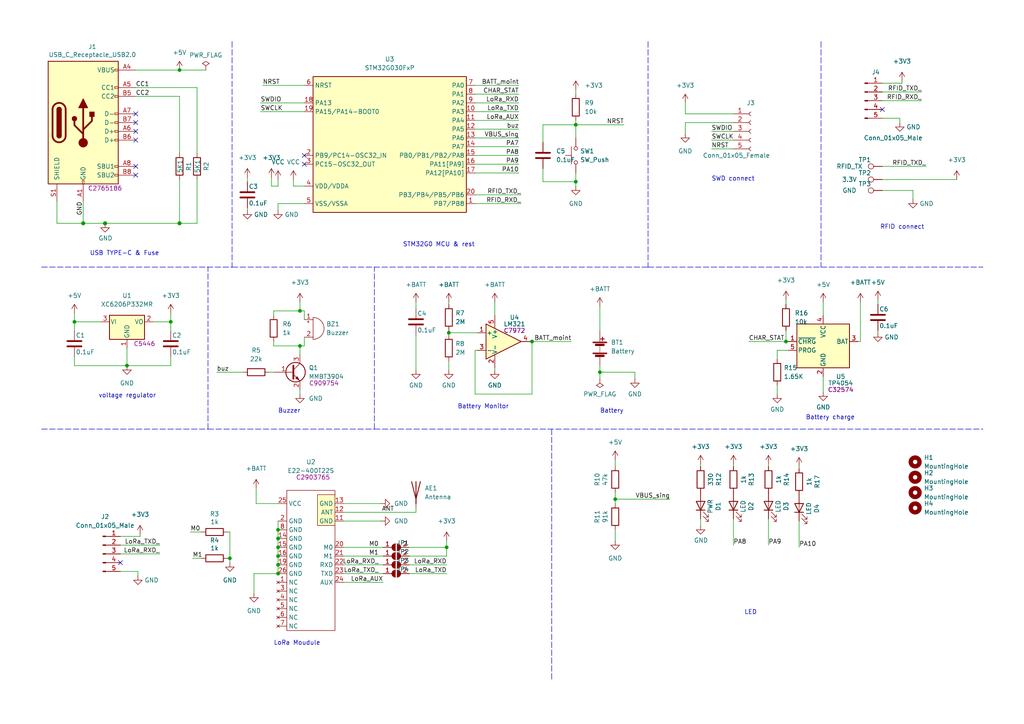
<source format=kicad_sch>
(kicad_sch (version 20211123) (generator eeschema)
  (paper "A4")
  (lib_symbols
    (symbol "Amplifier_Operational:LM321" (pin_names (offset 0.127))
      (property "Reference" "U" (at 0 7.62 0))
      (property "Value" "LM321" (at 0 5.08 0))
      (symbol "LM321_1_1"
        (pin input line (at -7.62 2.54 0) (length 2.54) (name "+") (number "1"))
        (pin power_in line (at -2.54 -7.62 90) (length 3.81) (name "V-") (number "2"))
        (pin input line (at -7.62 -2.54 0) (length 2.54) (name "-") (number "3"))
        (pin output line (at 7.62 0 180) (length 2.54) (name "~") (number "4"))
        (pin power_in line (at -2.54 7.62 270) (length 3.81) (name "V+") (number "5"))
      )
    )
    (symbol "Battery_Management:LTC4054ES5-4.2" (pin_names (offset 0.254))
      (property "Reference" "U" (at -5.842 6.604 0))
      (property "Value" "LTC4054ES5-4.2" (at 1.524 6.604 0))
      (symbol "LTC4054ES5-4.2_1_1"
        (pin open_collector line (at -10.16 0 0) (length 2.54) (name "~{CHRG}") (number "1"))
        (pin power_in line (at 0 -10.16 90) (length 2.54) (name "GND") (number "2"))
        (pin power_out line (at 10.16 0 180) (length 2.54) (name "BAT") (number "3"))
        (pin power_in line (at 0 7.62 270) (length 2.54) (name "VCC") (number "4"))
        (pin bidirectional line (at -10.16 -2.54 0) (length 2.54) (name "PROG") (number "5"))
      )
    )
    (symbol "Connector:Conn_01x05_Female" (pin_names (offset 1.016) hide)
      (property "Reference" "J" (at 0 7.62 0))
      (property "Value" "Conn_01x05_Female" (at 0 -7.62 0))
      (symbol "Conn_01x05_Female_1_1"
        (pin passive line (at -5.08 5.08 0) (length 3.81) (name "Pin_1") (number "1"))
        (pin passive line (at -5.08 2.54 0) (length 3.81) (name "Pin_2") (number "2"))
        (pin passive line (at -5.08 0 0) (length 3.81) (name "Pin_3") (number "3"))
        (pin passive line (at -5.08 -2.54 0) (length 3.81) (name "Pin_4") (number "4"))
        (pin passive line (at -5.08 -5.08 0) (length 3.81) (name "Pin_5") (number "5"))
      )
    )
    (symbol "Connector:Conn_01x05_Male" (pin_names (offset 1.016) hide)
      (property "Reference" "J" (at 0 7.62 0))
      (property "Value" "Conn_01x05_Male" (at 0 -7.62 0))
      (symbol "Conn_01x05_Male_1_1"
        (pin passive line (at 5.08 5.08 180) (length 3.81) (name "Pin_1") (number "1"))
        (pin passive line (at 5.08 2.54 180) (length 3.81) (name "Pin_2") (number "2"))
        (pin passive line (at 5.08 0 180) (length 3.81) (name "Pin_3") (number "3"))
        (pin passive line (at 5.08 -2.54 180) (length 3.81) (name "Pin_4") (number "4"))
        (pin passive line (at 5.08 -5.08 180) (length 3.81) (name "Pin_5") (number "5"))
      )
    )
    (symbol "Connector:TestPoint" (pin_numbers hide) (pin_names (offset 0.762) hide)
      (property "Reference" "TP" (at 0 6.858 0))
      (property "Value" "TestPoint" (at 0 5.08 0))
      (symbol "TestPoint_1_1"
        (pin passive line (at 0 0 90) (length 2.54) (name "1") (number "1"))
      )
    )
    (symbol "Connector:USB_C_Receptacle_USB2.0" (pin_names (offset 1.016))
      (property "Reference" "J" (at -10.16 19.05 0))
      (property "Value" "USB_C_Receptacle_USB2.0" (at 19.05 19.05 0))
      (symbol "USB_C_Receptacle_USB2.0_1_1"
        (pin passive line (at 0 -22.86 90) (length 5.08) (name "GND") (number "A1"))
        (pin passive line (at 0 -22.86 90) (length 5.08) hide (name "GND") (number "A12"))
        (pin passive line (at 15.24 15.24 180) (length 5.08) (name "VBUS") (number "A4"))
        (pin bidirectional line (at 15.24 10.16 180) (length 5.08) (name "CC1") (number "A5"))
        (pin bidirectional line (at 15.24 -2.54 180) (length 5.08) (name "D+") (number "A6"))
        (pin bidirectional line (at 15.24 2.54 180) (length 5.08) (name "D-") (number "A7"))
        (pin bidirectional line (at 15.24 -12.7 180) (length 5.08) (name "SBU1") (number "A8"))
        (pin passive line (at 15.24 15.24 180) (length 5.08) hide (name "VBUS") (number "A9"))
        (pin passive line (at 0 -22.86 90) (length 5.08) hide (name "GND") (number "B1"))
        (pin passive line (at 0 -22.86 90) (length 5.08) hide (name "GND") (number "B12"))
        (pin passive line (at 15.24 15.24 180) (length 5.08) hide (name "VBUS") (number "B4"))
        (pin bidirectional line (at 15.24 7.62 180) (length 5.08) (name "CC2") (number "B5"))
        (pin bidirectional line (at 15.24 -5.08 180) (length 5.08) (name "D+") (number "B6"))
        (pin bidirectional line (at 15.24 0 180) (length 5.08) (name "D-") (number "B7"))
        (pin bidirectional line (at 15.24 -15.24 180) (length 5.08) (name "SBU2") (number "B8"))
        (pin passive line (at 15.24 15.24 180) (length 5.08) hide (name "VBUS") (number "B9"))
        (pin passive line (at -7.62 -22.86 90) (length 5.08) (name "SHIELD") (number "S1"))
      )
    )
    (symbol "Device:Antenna" (pin_numbers hide) (pin_names (offset 1.016) hide)
      (property "Reference" "AE" (at -1.905 1.905 0))
      (property "Value" "Antenna" (at -1.905 0 0))
      (symbol "Antenna_1_1"
        (pin input line (at 0 -5.08 90) (length 2.54) (name "A") (number "1"))
      )
    )
    (symbol "Device:Battery" (pin_numbers hide) (pin_names (offset 0) hide)
      (property "Reference" "BT" (at 2.54 2.54 0))
      (property "Value" "Battery" (at 2.54 0 0))
      (symbol "Battery_1_1"
        (pin passive line (at 0 5.08 270) (length 2.54) (name "+") (number "1"))
        (pin passive line (at 0 -5.08 90) (length 2.54) (name "-") (number "2"))
      )
    )
    (symbol "Device:Buzzer" (pin_names (offset 0.0254) hide)
      (property "Reference" "BZ" (at 3.81 1.27 0))
      (property "Value" "Buzzer" (at 3.81 -1.27 0))
      (symbol "Buzzer_1_1"
        (pin passive line (at -2.54 2.54 0) (length 2.54) (name "-") (number "1"))
        (pin passive line (at -2.54 -2.54 0) (length 2.54) (name "+") (number "2"))
      )
    )
    (symbol "Device:C" (pin_numbers hide) (pin_names (offset 0.254))
      (property "Reference" "C" (at 0.635 2.54 0))
      (property "Value" "C" (at 0.635 -2.54 0))
      (symbol "C_1_1"
        (pin passive line (at 0 3.81 270) (length 2.794) (name "~") (number "1"))
        (pin passive line (at 0 -3.81 90) (length 2.794) (name "~") (number "2"))
      )
    )
    (symbol "Device:LED" (pin_numbers hide) (pin_names (offset 1.016) hide)
      (property "Reference" "D" (at 0 2.54 0))
      (property "Value" "LED" (at 0 -2.54 0))
      (symbol "LED_1_1"
        (pin passive line (at -3.81 0 0) (length 2.54) (name "K") (number "1"))
        (pin passive line (at 3.81 0 180) (length 2.54) (name "A") (number "2"))
      )
    )
    (symbol "Device:R" (pin_numbers hide) (pin_names (offset 0))
      (property "Reference" "R" (at 2.032 0 90))
      (property "Value" "R" (at 0 0 90))
      (symbol "R_1_1"
        (pin passive line (at 0 3.81 270) (length 1.27) (name "~") (number "1"))
        (pin passive line (at 0 -3.81 90) (length 1.27) (name "~") (number "2"))
      )
    )
    (symbol "Jumper:SolderJumper_2_Open" (pin_names (offset 0) hide)
      (property "Reference" "JP" (at 0 2.032 0))
      (property "Value" "SolderJumper_2_Open" (at 0 -2.54 0))
      (symbol "SolderJumper_2_Open_1_1"
        (pin passive line (at -3.81 0 0) (length 2.54) (name "A") (number "1"))
        (pin passive line (at 3.81 0 180) (length 2.54) (name "B") (number "2"))
      )
    )
    (symbol "MCU_ST_STM32G0:STM32G030FxP"
      (property "Reference" "U" (at -33.02 17.78 0))
      (property "Value" "STM32G030FxP" (at -27.94 -24.13 0))
      (symbol "STM32G030FxP_1_1"
        (pin bidirectional line (at 12.7 -20.32 180) (length 2.54) (name "PB7/PB8") (number "1"))
        (pin bidirectional line (at 12.7 6.35 180) (length 2.54) (name "PA3") (number "10"))
        (pin bidirectional line (at 12.7 3.81 180) (length 2.54) (name "PA4") (number "11"))
        (pin bidirectional line (at 12.7 1.27 180) (length 2.54) (name "PA5") (number "12"))
        (pin bidirectional line (at 12.7 -1.27 180) (length 2.54) (name "PA6") (number "13"))
        (pin bidirectional line (at 12.7 -3.81 180) (length 2.54) (name "PA7") (number "14"))
        (pin bidirectional line (at 12.7 -6.35 180) (length 2.54) (name "PB0/PB1/PB2/PA8") (number "15"))
        (pin bidirectional line (at 12.7 -8.89 180) (length 2.54) (name "PA11[PA9]") (number "16"))
        (pin bidirectional line (at 12.7 -11.43 180) (length 2.54) (name "PA12[PA10]") (number "17"))
        (pin bidirectional line (at -36.83 8.89 0) (length 2.54) (name "PA13") (number "18"))
        (pin bidirectional line (at -36.83 6.35 0) (length 2.54) (name "PA15/PA14-BOOT0") (number "19"))
        (pin input line (at -36.83 -6.35 0) (length 2.54) (name "PB9/PC14-OSC32_IN") (number "2"))
        (pin bidirectional line (at 12.7 -17.78 180) (length 2.54) (name "PB3/PB4/PB5/PB6") (number "20"))
        (pin input line (at -36.83 -8.89 0) (length 2.54) (name "PC15-OSC32_OUT") (number "3"))
        (pin power_in line (at -36.83 -15.24 0) (length 2.54) (name "VDD/VDDA") (number "4"))
        (pin power_in line (at -36.83 -20.32 0) (length 2.54) (name "VSS/VSSA") (number "5"))
        (pin input line (at -36.83 13.97 0) (length 2.54) (name "NRST") (number "6"))
        (pin bidirectional line (at 12.7 13.97 180) (length 2.54) (name "PA0") (number "7"))
        (pin bidirectional line (at 12.7 11.43 180) (length 2.54) (name "PA1") (number "8"))
        (pin bidirectional line (at 12.7 8.89 180) (length 2.54) (name "PA2") (number "9"))
      )
    )
    (symbol "Mechanical:MountingHole" (pin_names (offset 1.016))
      (property "Reference" "H" (at 0 5.08 0))
      (property "Value" "MountingHole" (at 0 3.175 0))
    )
    (symbol "RF_Module:E220-400TxxS"
      (property "Reference" "U" (at -6.35 -30.48 0))
      (property "Value" "E220-400TxxS" (at 0 13.97 0))
      (property "Footprint" "RF_Module:E220-400TxxS" (at 1.27 20.32 0))
      (symbol "E220-400TxxS_0_0"
        (pin no_connect line (at -10.16 -13.97 0) (length 2.54) (name "NC") (number "1"))
        (pin power_in line (at 8.89 3.81 180) (length 2.54) (name "GND") (number "11"))
        (pin free line (at 8.89 6.35 180) (length 2.54) (name "ANT") (number "12"))
        (pin power_in line (at 8.89 8.89 180) (length 2.54) (name "GND") (number "13"))
        (pin power_in line (at -10.16 -1.27 0) (length 2.54) (name "GND") (number "14"))
        (pin power_in line (at -10.16 -3.81 0) (length 2.54) (name "GND") (number "15"))
        (pin power_in line (at -10.16 -6.35 0) (length 2.54) (name "GND") (number "16"))
        (pin power_in line (at -10.16 -8.89 0) (length 2.54) (name "GND") (number "19"))
        (pin power_in line (at -10.16 3.81 0) (length 2.54) (name "GND") (number "2"))
        (pin input line (at 8.89 -3.81 180) (length 2.54) (name "M0") (number "20"))
        (pin input line (at 8.89 -6.35 180) (length 2.54) (name "M1") (number "21"))
        (pin input line (at 8.89 -8.89 180) (length 2.54) (name "RXD") (number "22"))
        (pin output line (at 8.89 -11.43 180) (length 2.54) (name "TXD") (number "23"))
        (pin output line (at 8.89 -13.97 180) (length 2.54) (name "AUX") (number "24"))
        (pin power_in line (at -10.16 8.89 0) (length 2.54) (name "VCC") (number "25"))
        (pin power_in line (at -10.16 -11.43 0) (length 2.54) (name "GND") (number "26"))
        (pin no_connect line (at -10.16 -16.51 0) (length 2.54) (name "NC") (number "3"))
        (pin no_connect line (at -10.16 -19.05 0) (length 2.54) (name "NC") (number "4"))
        (pin no_connect line (at -10.16 -21.59 0) (length 2.54) (name "NC") (number "5"))
        (pin no_connect line (at -10.16 -24.13 0) (length 2.54) (name "NC") (number "6"))
        (pin no_connect line (at -10.16 -26.67 0) (length 2.54) (name "NC") (number "7"))
        (pin power_in line (at -10.16 1.27 0) (length 2.54) (name "GND") (number "8"))
      )
    )
    (symbol "Regulator_Linear:XC6206PxxxMR" (pin_names (offset 0.254))
      (property "Reference" "U" (at -3.81 3.175 0))
      (property "Value" "XC6206PxxxMR" (at 0 3.175 0))
      (symbol "XC6206PxxxMR_1_1"
        (pin power_in line (at 0 -7.62 90) (length 2.54) (name "GND") (number "1"))
        (pin power_out line (at 7.62 0 180) (length 2.54) (name "VO") (number "2"))
        (pin power_in line (at -7.62 0 0) (length 2.54) (name "VI") (number "3"))
      )
    )
    (symbol "Switch:SW_Push" (pin_numbers hide) (pin_names (offset 1.016) hide)
      (property "Reference" "SW" (at 1.27 2.54 0))
      (property "Value" "SW_Push" (at 0 -1.524 0))
      (symbol "SW_Push_0_1"
        (pin passive line (at -5.08 0 0) (length 2.54) (name "1") (number "1"))
        (pin passive line (at 5.08 0 180) (length 2.54) (name "2") (number "2"))
      )
    )
    (symbol "Transistor_BJT:MMBT3904" (pin_names (offset 0) hide)
      (property "Reference" "Q" (at 5.08 1.905 0))
      (property "Value" "MMBT3904" (at 5.08 0 0))
      (symbol "MMBT3904_1_1"
        (pin input line (at -5.08 0 0) (length 5.715) (name "B") (number "1"))
        (pin passive line (at 2.54 -5.08 90) (length 2.54) (name "E") (number "2"))
        (pin passive line (at 2.54 5.08 270) (length 2.54) (name "C") (number "3"))
      )
    )
    (symbol "power:+3.3V" (power) (pin_names (offset 0))
      (property "Value" "+3.3V" (at 0 3.556 0))
      (symbol "+3.3V_1_1"
        (pin power_in line (at 0 0 90) (length 0) hide (name "+3V3") (number "1"))
      )
    )
    (symbol "power:+3V3" (power) (pin_names (offset 0))
      (property "Value" "+3V3" (at 0 3.556 0))
      (symbol "+3V3_1_1"
        (pin power_in line (at 0 0 90) (length 0) hide (name "+3V3") (number "1"))
      )
    )
    (symbol "power:+5V" (power) (pin_names (offset 0))
      (property "Value" "+5V" (at 0 3.556 0))
      (symbol "+5V_1_1"
        (pin power_in line (at 0 0 90) (length 0) hide (name "+5V") (number "1"))
      )
    )
    (symbol "power:+BATT" (power) (pin_names (offset 0))
      (property "Value" "+BATT" (at 0 3.556 0))
      (symbol "+BATT_1_1"
        (pin power_in line (at 0 0 90) (length 0) hide (name "+BATT") (number "1"))
      )
    )
    (symbol "power:GND" (power) (pin_names (offset 0))
      (property "Value" "GND" (at 0 -3.81 0))
      (symbol "GND_1_1"
        (pin power_in line (at 0 0 270) (length 0) hide (name "GND") (number "1"))
      )
    )
    (symbol "power:PWR_FLAG" (power) (pin_numbers hide) (pin_names (offset 0) hide)
      (property "Value" "PWR_FLAG" (at 0 3.81 0))
      (symbol "PWR_FLAG_0_0"
        (pin power_out line (at 0 0 90) (length 0) (name "pwr") (number "1"))
      )
    )
    (symbol "power:VCC" (power) (pin_names (offset 0))
      (property "Value" "VCC" (at 0 3.81 0))
      (symbol "VCC_1_1"
        (pin power_in line (at 0 0 90) (length 0) hide (name "VCC") (number "1"))
      )
    )
  )
  (junction (at 49.53 93.345))
  (junction (at 52.07 20.32))
  (junction (at 66.675 161.925))
  (junction (at 36.83 106.045))
  (junction (at 30.48 64.77) (diameter 1.016))
  (junction (at 52.07 64.77) (diameter 1.016))
  (junction (at 173.99 107.95))
  (junction (at 167.005 52.705))
  (junction (at 86.995 100.33))
  (junction (at 178.435 144.78))
  (junction (at 129.54 158.75))
  (junction (at 80.645 161.29))
  (junction (at 130.175 96.52))
  (junction (at 80.645 156.21))
  (junction (at 80.645 158.75))
  (junction (at 24.13 64.77) (diameter 1.016))
  (junction (at 21.59 93.345))
  (junction (at 80.645 153.67))
  (junction (at 86.995 90.17))
  (junction (at 167.005 36.195))
  (junction (at 80.645 163.83))
  (junction (at 227.965 99.06))
  (junction (at 154.305 99.06))
  (junction (at 80.645 166.37))
  (no_connect (at 39.37 48.26))
  (no_connect (at 88.265 45.085))
  (no_connect (at 88.265 47.625))
  (no_connect (at 255.905 31.75))
  (no_connect (at 39.37 50.8))
  (no_connect (at 34.925 163.195))
  (no_connect (at 39.37 38.1))
  (no_connect (at 39.37 40.64))
  (no_connect (at 39.37 33.02))
  (no_connect (at 39.37 35.56))
  (wire (pts (xy 58.42 161.925) (xy 55.88 161.925)))
  (wire (pts (xy 29.21 93.345) (xy 21.59 93.345)))
  (wire (pts (xy 157.48 52.705) (xy 167.005 52.705)))
  (wire (pts (xy 86.995 100.33) (xy 86.995 102.87)))
  (wire (pts (xy 49.53 106.045) (xy 49.53 103.505)))
  (wire (pts (xy 120.65 87.63) (xy 120.65 89.535)))
  (wire (pts (xy 120.65 147.32) (xy 120.65 148.59)))
  (wire (pts (xy 138.43 96.52) (xy 130.175 96.52)))
  (wire (pts (xy 255.905 52.07) (xy 277.495 52.07)))
  (wire (pts (xy 167.005 34.925) (xy 167.005 36.195)))
  (wire (pts (xy 118.745 161.29) (xy 129.54 161.29)))
  (wire (pts (xy 137.795 34.925) (xy 150.495 34.925)))
  (wire (pts (xy 153.67 99.06) (xy 154.305 99.06)))
  (wire (pts (xy 55.245 154.305) (xy 58.42 154.305)))
  (polyline (pts (xy 108.585 124.46) (xy 285.115 124.46)))
  (wire (pts (xy 231.775 135.255) (xy 231.775 135.89)))
  (wire (pts (xy 254.635 86.995) (xy 254.635 88.265)))
  (wire (pts (xy 167.005 26.035) (xy 167.005 27.305)))
  (wire (pts (xy 80.645 59.055) (xy 80.645 60.96)))
  (wire (pts (xy 74.295 146.05) (xy 80.645 146.05)))
  (wire (pts (xy 198.755 35.56) (xy 198.755 38.735)))
  (wire (pts (xy 255.905 55.245) (xy 264.795 55.245)))
  (wire (pts (xy 85.09 53.975) (xy 85.09 52.07)))
  (wire (pts (xy 34.925 155.575) (xy 40.64 155.575)))
  (wire (pts (xy 129.54 156.845) (xy 129.54 158.75)))
  (wire (pts (xy 71.755 51.435) (xy 71.755 52.705)))
  (wire (pts (xy 203.2 150.495) (xy 203.2 152.4)))
  (wire (pts (xy 137.795 27.305) (xy 150.495 27.305)))
  (wire (pts (xy 66.675 154.305) (xy 66.04 154.305)))
  (wire (pts (xy 206.375 43.18) (xy 212.725 43.18)))
  (wire (pts (xy 167.005 52.705) (xy 167.005 53.975)))
  (wire (pts (xy 137.795 56.515) (xy 151.13 56.515)))
  (wire (pts (xy 129.54 161.29) (xy 129.54 158.75)))
  (wire (pts (xy 154.305 114.3) (xy 154.305 99.06)))
  (polyline (pts (xy 67.31 77.47) (xy 187.96 77.47)))
  (polyline (pts (xy 60.325 124.46) (xy 60.325 77.47)))
  (wire (pts (xy 16.51 58.42) (xy 16.51 64.77)))
  (polyline (pts (xy 238.125 12.065) (xy 238.125 77.47)))
  (wire (pts (xy 80.645 52.07) (xy 80.645 53.975)))
  (wire (pts (xy 30.48 64.77) (xy 52.07 64.77)))
  (wire (pts (xy 57.15 25.4) (xy 57.15 44.45)))
  (wire (pts (xy 99.695 163.83) (xy 111.125 163.83)))
  (wire (pts (xy 118.745 163.83) (xy 129.54 163.83)))
  (wire (pts (xy 80.645 153.67) (xy 80.645 156.21)))
  (wire (pts (xy 157.48 41.275) (xy 157.48 36.195)))
  (wire (pts (xy 222.885 150.495) (xy 222.885 158.115)))
  (wire (pts (xy 227.965 99.06) (xy 228.6 99.06)))
  (wire (pts (xy 225.425 101.6) (xy 225.425 104.14)))
  (wire (pts (xy 86.995 113.03) (xy 86.995 114.3)))
  (wire (pts (xy 73.66 166.37) (xy 80.645 166.37)))
  (wire (pts (xy 255.905 26.67) (xy 267.335 26.67)))
  (wire (pts (xy 178.435 144.78) (xy 194.31 144.78)))
  (wire (pts (xy 184.15 109.855) (xy 184.15 107.95)))
  (wire (pts (xy 52.07 27.94) (xy 52.07 44.45)))
  (wire (pts (xy 255.905 34.29) (xy 260.985 34.29)))
  (wire (pts (xy 137.795 40.005) (xy 150.495 40.005)))
  (polyline (pts (xy 238.125 77.47) (xy 285.115 77.47)))
  (wire (pts (xy 66.675 161.925) (xy 66.675 163.195)))
  (wire (pts (xy 99.695 166.37) (xy 111.125 166.37)))
  (wire (pts (xy 178.435 144.78) (xy 178.435 146.05)))
  (wire (pts (xy 178.435 142.875) (xy 178.435 144.78)))
  (wire (pts (xy 264.795 55.245) (xy 264.795 57.785)))
  (wire (pts (xy 52.07 52.07) (xy 52.07 64.77)))
  (wire (pts (xy 143.51 87.63) (xy 143.51 91.44)))
  (wire (pts (xy 52.07 20.32) (xy 59.69 20.32)))
  (wire (pts (xy 99.695 168.91) (xy 111.125 168.91)))
  (wire (pts (xy 249.555 87.63) (xy 249.555 99.06)))
  (wire (pts (xy 99.695 146.05) (xy 110.49 146.05)))
  (wire (pts (xy 118.745 158.75) (xy 129.54 158.75)))
  (wire (pts (xy 88.265 97.79) (xy 88.265 100.33)))
  (polyline (pts (xy 67.31 12.065) (xy 67.31 77.47)))
  (wire (pts (xy 88.265 92.71) (xy 88.265 90.17)))
  (wire (pts (xy 99.695 161.29) (xy 111.125 161.29)))
  (wire (pts (xy 260.985 34.29) (xy 260.985 35.56)))
  (wire (pts (xy 79.375 90.17) (xy 86.995 90.17)))
  (wire (pts (xy 137.795 101.6) (xy 138.43 101.6)))
  (wire (pts (xy 254.635 95.885) (xy 254.635 96.52)))
  (wire (pts (xy 39.37 27.94) (xy 52.07 27.94)))
  (wire (pts (xy 137.795 50.165) (xy 150.495 50.165)))
  (polyline (pts (xy 60.325 124.46) (xy 108.585 124.46)))
  (wire (pts (xy 255.905 24.13) (xy 261.62 24.13)))
  (wire (pts (xy 39.37 20.32) (xy 52.07 20.32)))
  (wire (pts (xy 231.775 151.13) (xy 231.775 158.75)))
  (wire (pts (xy 130.175 87.63) (xy 130.175 88.265)))
  (wire (pts (xy 44.45 93.345) (xy 49.53 93.345)))
  (wire (pts (xy 130.175 96.52) (xy 130.175 95.885)))
  (wire (pts (xy 57.15 52.07) (xy 57.15 64.77)))
  (wire (pts (xy 73.66 166.37) (xy 73.66 172.085)))
  (wire (pts (xy 203.2 134.62) (xy 203.2 135.255)))
  (wire (pts (xy 198.755 33.02) (xy 212.725 33.02)))
  (wire (pts (xy 137.795 59.055) (xy 151.13 59.055)))
  (wire (pts (xy 49.53 90.805) (xy 49.53 93.345)))
  (wire (pts (xy 24.13 58.42) (xy 24.13 64.77)))
  (wire (pts (xy 80.645 156.21) (xy 80.645 158.75)))
  (wire (pts (xy 86.995 90.17) (xy 88.265 90.17)))
  (wire (pts (xy 157.48 48.895) (xy 157.48 52.705)))
  (wire (pts (xy 80.645 163.83) (xy 80.645 166.37)))
  (wire (pts (xy 167.005 36.195) (xy 167.005 40.005)))
  (wire (pts (xy 143.51 106.68) (xy 143.51 107.315)))
  (wire (pts (xy 34.925 165.735) (xy 40.005 165.735)))
  (wire (pts (xy 137.795 45.085) (xy 150.495 45.085)))
  (wire (pts (xy 88.265 59.055) (xy 80.645 59.055)))
  (wire (pts (xy 261.62 23.495) (xy 261.62 24.13)))
  (wire (pts (xy 34.925 158.115) (xy 46.355 158.115)))
  (wire (pts (xy 206.375 40.64) (xy 212.725 40.64)))
  (wire (pts (xy 137.795 114.3) (xy 154.305 114.3)))
  (wire (pts (xy 167.005 50.165) (xy 167.005 52.705)))
  (wire (pts (xy 40.64 154.94) (xy 40.64 155.575)))
  (wire (pts (xy 21.59 103.505) (xy 21.59 106.045)))
  (wire (pts (xy 157.48 36.195) (xy 167.005 36.195)))
  (wire (pts (xy 36.83 100.965) (xy 36.83 106.045)))
  (wire (pts (xy 75.565 29.845) (xy 88.265 29.845)))
  (wire (pts (xy 238.76 87.63) (xy 238.76 91.44)))
  (wire (pts (xy 34.925 160.655) (xy 46.355 160.655)))
  (wire (pts (xy 21.59 106.045) (xy 36.83 106.045)))
  (wire (pts (xy 118.745 166.37) (xy 129.54 166.37)))
  (wire (pts (xy 178.435 133.35) (xy 178.435 135.255)))
  (polyline (pts (xy 160.02 124.46) (xy 160.02 197.485)))
  (wire (pts (xy 66.675 161.925) (xy 66.04 161.925)))
  (wire (pts (xy 227.965 95.885) (xy 227.965 99.06)))
  (wire (pts (xy 75.565 32.385) (xy 88.265 32.385)))
  (wire (pts (xy 120.65 97.155) (xy 120.65 107.315)))
  (wire (pts (xy 178.435 153.67) (xy 178.435 156.845)))
  (polyline (pts (xy 108.585 124.46) (xy 108.585 77.47)))
  (wire (pts (xy 130.175 96.52) (xy 130.175 97.155)))
  (wire (pts (xy 86.995 100.33) (xy 88.265 100.33)))
  (wire (pts (xy 137.795 47.625) (xy 150.495 47.625)))
  (wire (pts (xy 198.755 33.02) (xy 198.755 29.845)))
  (wire (pts (xy 137.795 24.765) (xy 150.495 24.765)))
  (wire (pts (xy 66.675 154.305) (xy 66.675 161.925)))
  (wire (pts (xy 212.725 150.495) (xy 212.725 158.115)))
  (wire (pts (xy 173.99 88.9) (xy 173.99 95.885)))
  (wire (pts (xy 248.92 99.06) (xy 249.555 99.06)))
  (wire (pts (xy 255.905 48.26) (xy 268.605 48.26)))
  (wire (pts (xy 88.265 53.975) (xy 85.09 53.975)))
  (wire (pts (xy 49.53 93.345) (xy 49.53 95.885)))
  (wire (pts (xy 255.905 29.21) (xy 267.335 29.21)))
  (wire (pts (xy 225.425 111.76) (xy 225.425 114.3)))
  (wire (pts (xy 217.17 99.06) (xy 227.965 99.06)))
  (wire (pts (xy 173.99 106.045) (xy 173.99 107.95)))
  (wire (pts (xy 99.695 148.59) (xy 120.65 148.59)))
  (wire (pts (xy 154.305 99.06) (xy 165.735 99.06)))
  (wire (pts (xy 137.795 32.385) (xy 150.495 32.385)))
  (wire (pts (xy 137.795 42.545) (xy 150.495 42.545)))
  (wire (pts (xy 222.885 134.62) (xy 222.885 135.255)))
  (wire (pts (xy 80.645 158.75) (xy 80.645 161.29)))
  (wire (pts (xy 24.13 64.77) (xy 16.51 64.77)))
  (wire (pts (xy 78.105 107.95) (xy 79.375 107.95)))
  (wire (pts (xy 39.37 25.4) (xy 57.15 25.4)))
  (polyline (pts (xy 187.96 12.065) (xy 187.96 77.47)))
  (polyline (pts (xy 187.96 77.47) (xy 238.125 77.47)))
  (wire (pts (xy 21.59 93.345) (xy 21.59 95.885)))
  (wire (pts (xy 130.175 104.775) (xy 130.175 107.315)))
  (wire (pts (xy 173.99 107.95) (xy 173.99 109.855)))
  (wire (pts (xy 99.695 158.75) (xy 111.125 158.75)))
  (wire (pts (xy 80.645 161.29) (xy 80.645 163.83)))
  (wire (pts (xy 198.755 35.56) (xy 212.725 35.56)))
  (wire (pts (xy 62.865 107.95) (xy 70.485 107.95)))
  (wire (pts (xy 79.375 100.33) (xy 86.995 100.33)))
  (wire (pts (xy 228.6 101.6) (xy 225.425 101.6)))
  (wire (pts (xy 79.375 99.06) (xy 79.375 100.33)))
  (wire (pts (xy 212.725 134.62) (xy 212.725 135.255)))
  (wire (pts (xy 74.295 141.605) (xy 74.295 146.05)))
  (wire (pts (xy 137.795 29.845) (xy 150.495 29.845)))
  (wire (pts (xy 167.005 36.195) (xy 180.975 36.195)))
  (wire (pts (xy 71.755 60.325) (xy 71.755 60.96)))
  (wire (pts (xy 30.48 64.77) (xy 24.13 64.77)))
  (wire (pts (xy 78.74 51.435) (xy 78.74 53.975)))
  (wire (pts (xy 21.59 90.805) (xy 21.59 93.345)))
  (polyline (pts (xy 12.065 124.46) (xy 60.325 124.46)))
  (wire (pts (xy 206.375 38.1) (xy 212.725 38.1)))
  (wire (pts (xy 76.2 24.765) (xy 88.265 24.765)))
  (wire (pts (xy 137.795 37.465) (xy 150.495 37.465)))
  (wire (pts (xy 40.005 165.735) (xy 40.005 167.005)))
  (wire (pts (xy 79.375 90.17) (xy 79.375 91.44)))
  (wire (pts (xy 227.965 86.995) (xy 227.965 88.265)))
  (wire (pts (xy 80.645 151.13) (xy 80.645 153.67)))
  (wire (pts (xy 238.76 109.22) (xy 238.76 113.665)))
  (wire (pts (xy 86.995 87.63) (xy 86.995 90.17)))
  (wire (pts (xy 78.74 53.975) (xy 80.645 53.975)))
  (wire (pts (xy 137.795 101.6) (xy 137.795 114.3)))
  (polyline (pts (xy 12.065 77.47) (xy 67.31 77.47)))
  (wire (pts (xy 99.695 151.13) (xy 110.49 151.13)))
  (wire (pts (xy 52.07 64.77) (xy 57.15 64.77)))
  (wire (pts (xy 36.83 106.045) (xy 49.53 106.045)))
  (wire (pts (xy 173.99 107.95) (xy 184.15 107.95)))
  (text "Buzzer" (at 80.645 120.015 0) (effects (font (size 1.27 1.27)) (justify left bottom)))
  (text "LoRa Moudule" (at 79.375 187.325 0) (effects (font (size 1.27 1.27)) (justify left bottom)))
  (text "Battery" (at 173.99 120.015 0) (effects (font (size 1.27 1.27)) (justify left bottom)))
  (text "Battery Monitor" (at 132.715 118.745 0) (effects (font (size 1.27 1.27)) (justify left bottom)))
  (text "USB TYPE-C & Fuse" (at 26.035 74.295 0) (effects (font (size 1.27 1.27)) (justify left bottom)))
  (text "LED" (at 215.9 178.435 0) (effects (font (size 1.27 1.27)) (justify left bottom)))
  (text "SWD connect" (at 206.375 52.705 0) (effects (font (size 1.27 1.27)) (justify left bottom)))
  (text "RFID connect" (at 255.27 66.675 0) (effects (font (size 1.27 1.27)) (justify left bottom)))
  (text "voltage regulator " (at 28.575 115.57 0) (effects (font (size 1.27 1.27)) (justify left bottom)))
  (text "Battery charge" (at 233.68 121.92 0) (effects (font (size 1.27 1.27)) (justify left bottom)))
  (text "STM32G0 MCU & rest" (at 116.84 71.755 0) (effects (font (size 1.27 1.27)) (justify left bottom)))
  (label "PA9" (at 222.885 158.115 0))
  (label "RFID_RXD_" (at 267.335 29.21 180))
  (label "RFID_TXD_" (at 268.605 48.26 180))
  (label "BATT_moint" (at 165.735 99.06 180))
  (label "VBUS_sing" (at 150.495 40.005 180))
  (label "LoRa_AUX" (at 150.495 34.925 180))
  (label "LoRa_RXD" (at 129.54 163.83 180))
  (label "PA9" (at 150.495 47.625 180))
  (label "VBUS_sing" (at 194.31 144.78 180))
  (label "LoRa_RXD" (at 150.495 29.845 180))
  (label "PA8" (at 150.495 45.085 180))
  (label "LoRa_RXD_" (at 109.855 163.83 180))
  (label "LoRa_RXD_" (at 46.355 160.655 180))
  (label "M1" (at 109.855 161.29 180))
  (label "RFID_RXD_" (at 151.13 59.055 180))
  (label "ANT" (at 114.3 148.59 180))
  (label "M1" (at 55.88 161.925 0))
  (label "LoRa_AUX" (at 111.125 168.91 180))
  (label "RFID_TXD_" (at 151.13 56.515 180))
  (label "buz" (at 150.495 37.465 180))
  (label "LoRa_TXD_" (at 109.855 166.37 180))
  (label "CHAR_STAT" (at 217.17 99.06 0))
  (label "CC2" (at 39.37 27.94 0))
  (label "CHAR_STAT" (at 150.495 27.305 180))
  (label "PA8" (at 212.725 158.115 0))
  (label "SWCLK" (at 75.565 32.385 0))
  (label "SWDIO" (at 206.375 38.1 0))
  (label "GND" (at 24.13 58.42 270))
  (label "SWCLK" (at 206.375 40.64 0))
  (label "M0" (at 55.245 154.305 0))
  (label "NRST" (at 76.2 24.765 0))
  (label "M0" (at 109.855 158.75 180))
  (label "PA10" (at 150.495 50.165 180))
  (label "NRST" (at 180.975 36.195 180))
  (label "LoRa_TXD" (at 150.495 32.385 180))
  (label "buz" (at 62.865 107.95 0))
  (label "BATT_moint" (at 150.495 24.765 180))
  (label "PA7" (at 150.495 42.545 180))
  (label "LoRa_TXD" (at 129.54 166.37 180))
  (label "SWDIO" (at 75.565 29.845 0))
  (label "CC1" (at 39.37 25.4 0))
  (label "LoRa_TXD_" (at 46.355 158.115 180))
  (label "PA10" (at 231.775 158.75 0))
  (label "NRST" (at 206.375 43.18 0))
  (label "RFID_TXD_" (at 267.335 26.67 180))
  (symbol (lib_id "power:GND") (at 184.15 109.855 0) (unit 1)
    (property "Reference" "#PWR033" (effects hide))
    (property "Value" "GND" (at 184.15 114.3 0))
  )
  (symbol (lib_id "Connector:TestPoint") (at 255.905 55.245 90) (unit 1) (in_bom no)
    (property "Reference" "TP3" (at 250.825 53.34 90))
    (property "Value" "GND" (at 246.38 55.245 90))
    (property "Footprint" "TestPoint:TestPoint_Pad_1.5x1.5mm" (effects hide))
  )
  (symbol (lib_id "Connector:Conn_01x05_Male") (at 29.845 160.655 0) (unit 1) (in_bom no)
    (property "Reference" "J2" (at 30.48 149.86 0))
    (property "Value" "Conn_01x05_Male" (at 30.48 152.4 0))
    (property "Footprint" "Connector_PinHeader_2.54mm:PinHeader_1x05_P2.54mm_Vertical" (effects hide))
  )
  (symbol (lib_id "power:VCC") (at 80.645 52.07 0) (unit 1)
    (property "Reference" "#PWR014" (effects hide))
    (property "Value" "VCC" (at 80.645 46.99 0))
  )
  (symbol (lib_id "Device:R") (at 130.175 92.075 0) (unit 1)
    (property "Reference" "R7" (at 132.08 90.8049 0) (effects (justify left)))
    (property "Value" "2M" (at 132.08 93.3449 0) (effects (justify left)))
    (property "Footprint" "Resistor_SMD:R_0805_2012Metric" (effects hide))
  )
  (symbol (lib_id "power:+BATT") (at 120.65 87.63 0) (unit 1)
    (property "Reference" "#PWR021" (effects hide))
    (property "Value" "+BATT" (at 120.65 82.55 0))
  )
  (symbol (lib_id "Device:R") (at 62.23 161.925 270) (unit 1)
    (property "Reference" "R4" (at 62.23 156.6988 90))
    (property "Value" "1k" (at 62.23 158.998 90))
    (property "Footprint" "Resistor_SMD:R_0805_2012Metric" (effects hide))
  )
  (symbol (lib_id "power:GND") (at 80.645 60.96 0) (unit 1)
    (property "Reference" "#PWR015" (effects hide))
    (property "Value" "GND" (at 82.55 62.2299 0) (effects (justify left)))
  )
  (symbol (lib_id "power:+3V3") (at 40.64 154.94 0) (unit 1)
    (property "Reference" "#PWR05" (effects hide))
    (property "Value" "+3V3" (at 40.64 149.225 0))
  )
  (symbol (lib_id "Device:Buzzer") (at 90.805 95.25 0) (unit 1)
    (property "Reference" "BZ1" (at 94.615 93.9799 0) (effects (justify left)))
    (property "Value" "Buzzer" (at 94.615 96.5199 0) (effects (justify left)))
    (property "Footprint" "Buzzer_Beeper:Buzzer_Murata_PKLCS1212E" (effects hide))
    (property "LCSC" "C113159" (effects hide))
  )
  (symbol (lib_id "Switch:SW_Push") (at 167.005 45.085 90) (unit 1)
    (property "Reference" "SW1" (at 168.275 43.8149 90) (effects (justify right)))
    (property "Value" "SW_Push" (at 168.275 46.3549 90) (effects (justify right)))
    (property "Footprint" "Button_Switch_SMD:SW_SPST_TL3305A" (effects hide))
  )
  (symbol (lib_id "Amplifier_Operational:LM321") (at 146.05 99.06 0) (unit 1)
    (property "Reference" "U4" (at 149.225 92.075 0))
    (property "Value" "LM321" (at 149.225 93.98 0))
    (property "Footprint" "Package_TO_SOT_SMD:SOT-23-5" (effects hide))
    (property "Datasheet" "http://www.ti.com/lit/ds/symlink/lm321.pdf" (effects hide))
    (property "LCSC" "C7972" (at 149.225 95.885 0))
  )
  (symbol (lib_id "Device:R") (at 225.425 107.95 0) (unit 1)
    (property "Reference" "R15" (at 227.33 106.6799 0) (effects (justify left)))
    (property "Value" "1.65K" (at 227.33 109.2199 0) (effects (justify left)))
    (property "Footprint" "Resistor_SMD:R_0805_2012Metric" (effects hide))
  )
  (symbol (lib_id "power:GND") (at 203.2 152.4 0) (unit 1)
    (property "Reference" "#PWR037" (effects hide))
    (property "Value" "GND" (at 203.3143 156.7244 0))
  )
  (symbol (lib_id "Battery_Management:LTC4054ES5-4.2") (at 238.76 99.06 0) (unit 1)
    (property "Reference" "U5" (at 243.84 109.22 0))
    (property "Value" "TP4054" (at 243.84 111.125 0))
    (property "Footprint" "Package_TO_SOT_SMD:TSOT-23-5" (effects hide))
    (property "Datasheet" "https://www.analog.com/media/en/technical-documentation/data-sheets/405442xf.pdf" (effects hide))
    (property "LCSC" "C32574" (at 243.84 113.03 0))
  )
  (symbol (lib_id "power:+3V3") (at 71.755 51.435 0) (unit 1)
    (property "Reference" "#PWR09" (effects hide))
    (property "Value" "+3V3" (at 71.755 45.72 0))
  )
  (symbol (lib_id "Device:Battery") (at 173.99 100.965 0) (unit 1)
    (property "Reference" "BT1" (at 177.165 99.3139 0) (effects (justify left)))
    (property "Value" "Battery" (at 177.165 101.8539 0) (effects (justify left)))
    (property "Footprint" "Connector_Molex:Molex_KK-254_AE-6410-02A_1x02_P2.54mm_Vertical" (effects hide))
  )
  (symbol (lib_id "Mechanical:MountingHole") (at 265.43 133.985 0) (unit 1) (in_bom no)
    (property "Reference" "H1" (at 267.97 132.7149 0) (effects (justify left)))
    (property "Value" "MountingHole" (at 267.97 135.2549 0) (effects (justify left)))
    (property "Footprint" "MountingHole:MountingHole_3.2mm_M3" (effects hide))
  )
  (symbol (lib_id "Transistor_BJT:MMBT3904") (at 84.455 107.95 0) (unit 1)
    (property "Reference" "Q1" (at 89.535 106.6799 0) (effects (justify left)))
    (property "Value" "MMBT3904" (at 89.535 109.2199 0) (effects (justify left)))
    (property "Footprint" "Package_TO_SOT_SMD:SOT-23" (effects hide))
    (property "Datasheet" "https://www.onsemi.com/pub/Collateral/2N3903-D.PDF" (effects hide))
    (property "LCSC" "C909754" (at 93.98 111.125 0))
  )
  (symbol (lib_id "Device:R") (at 231.775 139.7 180) (unit 1)
    (property "Reference" "R17" (at 237.0012 139.7 90))
    (property "Value" "1k" (at 234.702 139.7 90))
    (property "Footprint" "Resistor_SMD:R_0805_2012Metric" (effects hide))
  )
  (symbol (lib_id "MCU_ST_STM32G0:STM32G030FxP") (at 125.095 38.735 0) (unit 1)
    (property "Reference" "U3" (at 113.03 17.145 0))
    (property "Value" "STM32G030FxP" (at 113.03 19.685 0))
    (property "Footprint" "Package_SO:TSSOP-20_4.4x6.5mm_P0.65mm" (effects hide))
    (property "LCSC" "C529330" (effects hide))
  )
  (symbol (lib_id "Connector:Conn_01x05_Male") (at 250.825 29.21 0) (unit 1) (in_bom no)
    (property "Reference" "J4" (at 254 20.955 0))
    (property "Value" "Conn_01x05_Male" (at 259.08 40.005 0))
    (property "Footprint" "Connector_PinHeader_2.54mm:PinHeader_1x05_P2.54mm_Vertical" (effects hide))
  )
  (symbol (lib_id "power:GND") (at 66.675 163.195 0) (unit 1)
    (property "Reference" "#PWR08" (effects hide))
    (property "Value" "GND" (at 66.675 168.275 0))
  )
  (symbol (lib_id "power:PWR_FLAG") (at 173.99 109.855 180) (unit 1)
    (property "Reference" "#FLG02" (effects hide))
    (property "Value" "PWR_FLAG" (at 173.99 114.3064 0))
  )
  (symbol (lib_id "RF_Module:E220-400TxxS") (at 90.805 154.94 0) (unit 1)
    (property "Reference" "U2" (at 90.17 133.985 0))
    (property "Value" "E22-400T22S" (at 90.17 136.525 0))
    (property "Footprint" "RF_Module:E220-400TxxS" (effects hide))
    (property "Datasheet" "https://www.ebyte.com/downpdf.aspx?id=1084" (effects hide))
    (property "LCSC" "C2903765" (at 90.805 138.43 0))
  )
  (symbol (lib_id "power:+3V3") (at 86.995 87.63 0) (unit 1)
    (property "Reference" "#PWR017" (effects hide))
    (property "Value" "+3V3" (at 86.995 81.915 0))
  )
  (symbol (lib_id "power:+BATT") (at 74.295 141.605 0) (unit 1)
    (property "Reference" "#PWR012" (effects hide))
    (property "Value" "+BATT" (at 74.295 135.89 0))
  )
  (symbol (lib_id "power:+3.3V") (at 167.005 26.035 0) (unit 1)
    (property "Reference" "#PWR028" (effects hide))
    (property "Value" "+3.3V" (at 169.545 24.7649 0) (effects (justify left)))
  )
  (symbol (lib_id "power:+3V3") (at 277.495 52.07 0) (unit 1)
    (property "Reference" "#PWR051" (effects hide))
    (property "Value" "+3V3" (at 277.495 46.355 0))
  )
  (symbol (lib_id "power:GND") (at 110.49 151.13 90) (unit 1)
    (property "Reference" "#PWR020" (effects hide))
    (property "Value" "GND" (at 114.3 151.1299 90) (effects (justify right)))
  )
  (symbol (lib_id "Device:R") (at 79.375 95.25 180) (unit 1)
    (property "Reference" "R6" (at 81.915 93.9799 0) (effects (justify right)))
    (property "Value" "1k" (at 81.915 96.5199 0) (effects (justify right)))
    (property "Footprint" "Resistor_SMD:R_0805_2012Metric" (effects hide))
  )
  (symbol (lib_id "Device:R") (at 212.725 139.065 180) (unit 1)
    (property "Reference" "R13" (at 217.9512 139.065 90))
    (property "Value" "1k" (at 215.652 139.065 90))
    (property "Footprint" "Resistor_SMD:R_0805_2012Metric" (effects hide))
  )
  (symbol (lib_id "Device:R") (at 62.23 154.305 270) (unit 1)
    (property "Reference" "R3" (at 62.23 149.0788 90))
    (property "Value" "1k" (at 62.23 151.378 90))
    (property "Footprint" "Resistor_SMD:R_0805_2012Metric" (effects hide))
  )
  (symbol (lib_id "power:+BATT") (at 173.99 88.9 0) (unit 1)
    (property "Reference" "#PWR030" (effects hide))
    (property "Value" "+BATT" (at 173.99 83.82 0))
  )
  (symbol (lib_id "power:GND") (at 254.635 96.52 0) (unit 1)
    (property "Reference" "#PWR047" (effects hide))
    (property "Value" "GND" (at 256.54 97.7899 0) (effects (justify left)))
  )
  (symbol (lib_id "power:+BATT") (at 143.51 87.63 0) (unit 1)
    (property "Reference" "#PWR026" (effects hide))
    (property "Value" "+BATT" (at 143.51 82.55 0))
  )
  (symbol (lib_id "power:+5V") (at 52.07 20.32 0) (unit 1)
    (property "Reference" "#PWR07" (effects hide))
    (property "Value" "+5V" (at 52.07 15.24 0))
  )
  (symbol (lib_id "Connector:TestPoint") (at 255.905 48.26 90) (unit 1) (in_bom no)
    (property "Reference" "TP1" (at 250.825 46.355 90))
    (property "Value" "RFID_TX" (at 246.38 48.26 90))
    (property "Footprint" "TestPoint:TestPoint_Pad_1.5x1.5mm" (effects hide))
  )
  (symbol (lib_id "power:+3V3") (at 231.775 135.255 0) (unit 1)
    (property "Reference" "#PWR042" (effects hide))
    (property "Value" "+3V3" (at 231.775 130.175 0))
  )
  (symbol (lib_id "Device:C") (at 157.48 45.085 0) (unit 1)
    (property "Reference" "C5" (at 161.29 43.8149 0) (effects (justify left)))
    (property "Value" "0.1uF" (at 161.29 46.3549 0) (effects (justify left)))
    (property "Footprint" "Capacitor_SMD:C_0805_2012Metric" (effects hide))
  )
  (symbol (lib_id "power:+3V3") (at 222.885 134.62 0) (unit 1)
    (property "Reference" "#PWR039" (effects hide))
    (property "Value" "+3V3" (at 222.885 129.54 0))
  )
  (symbol (lib_id "Device:R") (at 130.175 100.965 0) (unit 1)
    (property "Reference" "R8" (at 132.08 99.6949 0) (effects (justify left)))
    (property "Value" "2M" (at 132.08 102.2349 0) (effects (justify left)))
    (property "Footprint" "Resistor_SMD:R_0805_2012Metric" (effects hide))
  )
  (symbol (lib_id "Device:R") (at 52.07 48.26 180) (unit 1)
    (property "Reference" "R1" (at 54.7562 48.26 90))
    (property "Value" "5K1" (at 52.203 48.26 90))
    (property "Footprint" "Resistor_SMD:R_0805_2012Metric" (effects hide))
  )
  (symbol (lib_id "Device:R") (at 178.435 149.86 0) (unit 1)
    (property "Reference" "R11" (at 173.2088 149.86 90))
    (property "Value" "91k" (at 175.508 149.86 90))
    (property "Footprint" "Resistor_SMD:R_0805_2012Metric" (effects hide))
  )
  (symbol (lib_id "Device:R") (at 74.295 107.95 270) (unit 1)
    (property "Reference" "R5" (at 74.295 101.6 90))
    (property "Value" "22k" (at 74.295 104.14 90))
    (property "Footprint" "Resistor_SMD:R_0805_2012Metric" (effects hide))
  )
  (symbol (lib_id "power:GND") (at 36.83 106.045 0) (unit 1)
    (property "Reference" "#PWR03" (effects hide))
    (property "Value" "GND" (at 36.83 111.125 0))
  )
  (symbol (lib_id "power:+BATT") (at 130.175 87.63 0) (unit 1)
    (property "Reference" "#PWR024" (effects hide))
    (property "Value" "+BATT" (at 130.175 82.55 0))
  )
  (symbol (lib_id "power:GND") (at 71.755 60.96 0) (unit 1)
    (property "Reference" "#PWR010" (effects hide))
    (property "Value" "GND" (at 73.66 62.2299 0) (effects (justify left)))
  )
  (symbol (lib_id "power:+3V3") (at 212.725 134.62 0) (unit 1)
    (property "Reference" "#PWR038" (effects hide))
    (property "Value" "+3V3" (at 212.725 129.54 0))
  )
  (symbol (lib_id "power:+3V3") (at 203.2 134.62 0) (unit 1)
    (property "Reference" "#PWR036" (effects hide))
    (property "Value" "+3V3" (at 203.2 129.54 0))
  )
  (symbol (lib_id "power:+3V3") (at 227.965 86.995 0) (unit 1)
    (property "Reference" "#PWR041" (effects hide))
    (property "Value" "+3V3" (at 227.965 81.28 0))
  )
  (symbol (lib_id "Regulator_Linear:XC6206PxxxMR") (at 36.83 93.345 0) (unit 1)
    (property "Reference" "U1" (at 36.83 85.725 0))
    (property "Value" "XC6206P332MR" (at 36.83 88.265 0))
    (property "Footprint" "Package_TO_SOT_SMD:SOT-23" (effects hide))
    (property "Datasheet" "https://www.torexsemi.com/file/xc6206/XC6206.pdf" (effects hide))
    (property "LCSC" "C5446" (at 41.91 99.695 0))
  )
  (symbol (lib_id "Mechanical:MountingHole") (at 265.43 138.43 0) (unit 1) (in_bom no)
    (property "Reference" "H2" (at 267.97 137.1599 0) (effects (justify left)))
    (property "Value" "MountingHole" (at 267.97 139.6999 0) (effects (justify left)))
    (property "Footprint" "MountingHole:MountingHole_3.2mm_M3" (effects hide))
  )
  (symbol (lib_id "Device:LED") (at 231.775 147.32 90) (unit 1)
    (property "Reference" "D4" (at 236.8742 147.5105 0))
    (property "Value" "LED" (at 234.576 147.51 0))
    (property "Footprint" "LED_SMD:LED_0805_2012Metric" (effects hide))
  )
  (symbol (lib_id "Device:R") (at 57.15 48.26 180) (unit 1)
    (property "Reference" "R2" (at 59.8362 48.26 90))
    (property "Value" "5K1" (at 57.283 48.26 90))
    (property "Footprint" "Resistor_SMD:R_0805_2012Metric" (effects hide))
  )
  (symbol (lib_id "power:+3V3") (at 49.53 90.805 0) (unit 1)
    (property "Reference" "#PWR06" (effects hide))
    (property "Value" "+3V3" (at 49.53 85.725 0))
  )
  (symbol (lib_id "Device:C") (at 120.65 93.345 0) (unit 1)
    (property "Reference" "C4" (at 121.031 90.926 0) (effects (justify left)))
    (property "Value" "0.1uF" (at 121.031 95.764 0) (effects (justify left)))
    (property "Footprint" "Capacitor_SMD:C_0805_2012Metric" (effects hide))
    (property "LCSC" "C49678" (effects hide))
  )
  (symbol (lib_id "Jumper:SolderJumper_2_Open") (at 114.935 166.37 0) (unit 1) (in_bom no)
    (property "Reference" "JP4" (at 116.84 165.1 0))
    (property "Value" "SolderJumper_2_Open" (effects hide))
    (property "Footprint" "Jumper:SolderJumper-2_P1.3mm_Open_RoundedPad1.0x1.5mm" (effects hide))
  )
  (symbol (lib_id "Device:LED") (at 222.885 146.685 90) (unit 1)
    (property "Reference" "D3" (at 227.9842 146.8755 0))
    (property "Value" "LED" (at 225.686 146.875 0))
    (property "Footprint" "LED_SMD:LED_0805_2012Metric" (effects hide))
  )
  (symbol (lib_id "power:VCC") (at 85.09 52.07 0) (unit 1)
    (property "Reference" "#PWR016" (effects hide))
    (property "Value" "VCC" (at 85.09 46.99 0))
  )
  (symbol (lib_id "Connector:TestPoint") (at 255.905 52.07 90) (unit 1) (in_bom no)
    (property "Reference" "TP2" (at 250.825 50.165 90))
    (property "Value" "3.3V" (at 246.38 52.07 90))
    (property "Footprint" "TestPoint:TestPoint_Pad_1.5x1.5mm" (effects hide))
  )
  (symbol (lib_id "Jumper:SolderJumper_2_Open") (at 114.935 161.29 0) (unit 1) (in_bom no)
    (property "Reference" "JP2" (at 116.84 160.02 0))
    (property "Value" "SolderJumper_2_Open" (effects hide))
    (property "Footprint" "Jumper:SolderJumper-2_P1.3mm_Open_RoundedPad1.0x1.5mm" (effects hide))
  )
  (symbol (lib_id "Connector:USB_C_Receptacle_USB2.0") (at 24.13 35.56 0) (unit 1)
    (property "Reference" "J1" (at 26.797 13.5698 0))
    (property "Value" "USB_C_Receptacle_USB2.0" (at 26.797 15.8685 0))
    (property "Footprint" "Connector_USB:USB_C_Receptacle_HRO_TYPE-C-31-M-12" (effects hide))
    (property "Datasheet" "https://www.usb.org/sites/default/files/documents/usb_type-c.zip" (effects hide))
    (property "LCSC" "C2765186" (at 30.48 54.61 0))
  )
  (symbol (lib_id "Device:Antenna") (at 120.65 142.24 0) (unit 1) (in_bom no)
    (property "Reference" "AE1" (at 123.19 141.6049 0) (effects (justify left)))
    (property "Value" "Antenna" (at 123.19 144.1449 0) (effects (justify left)))
    (property "Footprint" "RF_Antenna:433MHz_V" (effects hide))
  )
  (symbol (lib_id "power:+3V3") (at 129.54 156.845 0) (unit 1)
    (property "Reference" "#PWR023" (effects hide))
    (property "Value" "+3V3" (at 129.54 151.13 0))
  )
  (symbol (lib_id "Device:C") (at 71.755 56.515 0) (unit 1)
    (property "Reference" "C3" (at 72.136 54.096 0) (effects (justify left)))
    (property "Value" "0.1uF" (at 72.136 58.934 0) (effects (justify left)))
    (property "Footprint" "Capacitor_SMD:C_0805_2012Metric" (effects hide))
    (property "LCSC" "C49678" (effects hide))
  )
  (symbol (lib_id "power:+3V3") (at 78.74 51.435 0) (unit 1)
    (property "Reference" "#PWR013" (effects hide))
    (property "Value" "+3V3" (at 78.74 45.72 0))
  )
  (symbol (lib_id "power:PWR_FLAG") (at 59.69 20.32 0) (unit 1)
    (property "Reference" "#FLG01" (effects hide))
    (property "Value" "PWR_FLAG" (at 59.69 15.9956 0))
  )
  (symbol (lib_id "Connector:Conn_01x05_Female") (at 217.805 38.1 0) (unit 1) (in_bom no)
    (property "Reference" "J3" (at 216.535 29.845 0) (effects (justify left)))
    (property "Value" "Conn_01x05_Female" (at 203.835 45.085 0) (effects (justify left)))
    (property "Footprint" "Connector_PinHeader_2.54mm:PinHeader_1x05_P2.54mm_Vertical" (effects hide))
  )
  (symbol (lib_id "power:GND") (at 225.425 114.3 0) (unit 1)
    (property "Reference" "#PWR040" (effects hide))
    (property "Value" "GND" (at 225.425 118.745 0))
  )
  (symbol (lib_id "power:+5V") (at 238.76 87.63 0) (unit 1)
    (property "Reference" "#PWR043" (effects hide))
    (property "Value" "+5V" (at 238.76 82.55 0))
  )
  (symbol (lib_id "Device:C") (at 21.59 99.695 0) (unit 1)
    (property "Reference" "C1" (at 21.971 97.276 0) (effects (justify left)))
    (property "Value" "0.1uF" (at 21.971 102.114 0) (effects (justify left)))
    (property "Footprint" "Capacitor_SMD:C_0805_2012Metric" (effects hide))
    (property "LCSC" "C49678" (effects hide))
  )
  (symbol (lib_id "power:+5V") (at 178.435 133.35 0) (unit 1)
    (property "Reference" "#PWR031" (effects hide))
    (property "Value" "+5V" (at 178.435 128.27 0))
  )
  (symbol (lib_id "Device:LED") (at 212.725 146.685 90) (unit 1)
    (property "Reference" "D2" (at 217.8242 146.8755 0))
    (property "Value" "LED" (at 215.525 146.875 0))
    (property "Footprint" "LED_SMD:LED_0805_2012Metric" (effects hide))
  )
  (symbol (lib_id "power:GND") (at 110.49 146.05 90) (unit 1)
    (property "Reference" "#PWR019" (effects hide))
    (property "Value" "GND" (at 114.3 146.0499 90) (effects (justify right)))
  )
  (symbol (lib_id "Jumper:SolderJumper_2_Open") (at 114.935 158.75 0) (unit 1) (in_bom no)
    (property "Reference" "JP1" (at 116.84 157.48 0))
    (property "Value" "SolderJumper_2_Open" (effects hide))
    (property "Footprint" "Jumper:SolderJumper-2_P1.3mm_Open_RoundedPad1.0x1.5mm" (effects hide))
  )
  (symbol (lib_id "power:GND") (at 30.48 64.77 0) (unit 1)
    (property "Reference" "#PWR02" (effects hide))
    (property "Value" "GND" (at 30.5943 69.0944 0))
  )
  (symbol (lib_id "power:+3V3") (at 261.62 23.495 0) (unit 1)
    (property "Reference" "#PWR049" (effects hide))
    (property "Value" "+3V3" (at 261.62 17.78 0))
  )
  (symbol (lib_id "power:GND") (at 73.66 172.085 0) (unit 1)
    (property "Reference" "#PWR011" (effects hide))
    (property "Value" "GND" (at 73.66 177.165 0))
  )
  (symbol (lib_id "power:GND") (at 260.985 35.56 0) (unit 1)
    (property "Reference" "#PWR048" (effects hide))
    (property "Value" "GND" (at 262.89 36.8299 0) (effects (justify left)))
  )
  (symbol (lib_id "Device:C") (at 254.635 92.075 0) (unit 1)
    (property "Reference" "C6" (at 255.016 89.656 0) (effects (justify left)))
    (property "Value" "0.1uF" (at 255.016 94.494 0) (effects (justify left)))
    (property "Footprint" "Capacitor_SMD:C_0805_2012Metric" (effects hide))
    (property "LCSC" "C49678" (effects hide))
  )
  (symbol (lib_id "power:GND") (at 238.76 113.665 0) (unit 1)
    (property "Reference" "#PWR044" (effects hide))
    (property "Value" "GND" (at 238.76 118.11 0))
  )
  (symbol (lib_id "Device:LED") (at 203.2 146.685 90) (unit 1)
    (property "Reference" "D1" (at 208.2992 146.8755 0))
    (property "Value" "PWR" (at 206 146.875 0))
    (property "Footprint" "LED_SMD:LED_0805_2012Metric" (effects hide))
  )
  (symbol (lib_id "power:+BATT") (at 249.555 87.63 0) (unit 1)
    (property "Reference" "#PWR045" (effects hide))
    (property "Value" "+BATT" (at 249.555 81.915 0))
  )
  (symbol (lib_id "Device:C") (at 49.53 99.695 0) (unit 1)
    (property "Reference" "C2" (at 49.911 97.276 0) (effects (justify left)))
    (property "Value" "0.1uF" (at 49.911 102.114 0) (effects (justify left)))
    (property "Footprint" "Capacitor_SMD:C_0805_2012Metric" (effects hide))
    (property "LCSC" "C49678" (effects hide))
  )
  (symbol (lib_id "power:+5V") (at 21.59 90.805 0) (unit 1)
    (property "Reference" "#PWR01" (effects hide))
    (property "Value" "+5V" (at 21.59 85.725 0))
  )
  (symbol (lib_id "power:GND") (at 130.175 107.315 0) (unit 1)
    (property "Reference" "#PWR025" (effects hide))
    (property "Value" "GND" (at 130.175 111.76 0))
  )
  (symbol (lib_id "power:GND") (at 86.995 114.3 0) (unit 1)
    (property "Reference" "#PWR018" (effects hide))
    (property "Value" "GND" (at 89.535 115.5699 0) (effects (justify left)))
  )
  (symbol (lib_id "power:+3V3") (at 198.755 29.845 0) (unit 1)
    (property "Reference" "#PWR034" (effects hide))
    (property "Value" "+3V3" (at 198.755 24.765 0))
  )
  (symbol (lib_id "power:GND") (at 40.005 167.005 0) (unit 1)
    (property "Reference" "#PWR04" (effects hide))
    (property "Value" "GND" (at 41.91 168.2749 0) (effects (justify left)))
  )
  (symbol (lib_id "Device:R") (at 222.885 139.065 180) (unit 1)
    (property "Reference" "R14" (at 228.1112 139.065 90))
    (property "Value" "1k" (at 225.812 139.065 90))
    (property "Footprint" "Resistor_SMD:R_0805_2012Metric" (effects hide))
  )
  (symbol (lib_id "Device:R") (at 178.435 139.065 0) (unit 1)
    (property "Reference" "R10" (at 173.2088 139.065 90))
    (property "Value" "47k" (at 175.508 139.065 90))
    (property "Footprint" "Resistor_SMD:R_0805_2012Metric" (effects hide))
  )
  (symbol (lib_id "power:GND") (at 120.65 107.315 0) (unit 1)
    (property "Reference" "#PWR022" (effects hide))
    (property "Value" "GND" (at 120.65 111.76 0))
  )
  (symbol (lib_id "Device:R") (at 203.2 139.065 180) (unit 1)
    (property "Reference" "R12" (at 208.4262 139.065 90))
    (property "Value" "330" (at 206.127 139.065 90))
    (property "Footprint" "Resistor_SMD:R_0805_2012Metric" (effects hide))
  )
  (symbol (lib_id "power:GND") (at 198.755 38.735 0) (unit 1)
    (property "Reference" "#PWR035" (effects hide))
    (property "Value" "GND" (at 198.755 43.815 0))
  )
  (symbol (lib_id "Device:R") (at 227.965 92.075 0) (unit 1)
    (property "Reference" "R16" (at 230.505 90.8049 0) (effects (justify left)))
    (property "Value" "10k" (at 230.505 93.3449 0) (effects (justify left)))
    (property "Footprint" "Resistor_SMD:R_0805_2012Metric" (effects hide))
  )
  (symbol (lib_id "power:+5V") (at 254.635 86.995 0) (unit 1)
    (property "Reference" "#PWR046" (effects hide))
    (property "Value" "+5V" (at 254.635 81.915 0))
  )
  (symbol (lib_id "Mechanical:MountingHole") (at 265.43 142.875 0) (unit 1) (in_bom no)
    (property "Reference" "H3" (at 267.97 141.6049 0) (effects (justify left)))
    (property "Value" "MountingHole" (at 267.97 144.1449 0) (effects (justify left)))
    (property "Footprint" "MountingHole:MountingHole_3.2mm_M3" (effects hide))
  )
  (symbol (lib_id "power:GND") (at 167.005 53.975 0) (unit 1)
    (property "Reference" "#PWR029" (effects hide))
    (property "Value" "GND" (at 167.005 59.055 0))
  )
  (symbol (lib_id "Jumper:SolderJumper_2_Open") (at 114.935 163.83 0) (unit 1) (in_bom no)
    (property "Reference" "JP3" (at 116.84 162.56 0))
    (property "Value" "SolderJumper_2_Open" (effects hide))
    (property "Footprint" "Jumper:SolderJumper-2_P1.3mm_Open_RoundedPad1.0x1.5mm" (effects hide))
  )
  (symbol (lib_id "power:GND") (at 264.795 57.785 0) (unit 1)
    (property "Reference" "#PWR050" (effects hide))
    (property "Value" "GND" (at 266.7 59.0549 0) (effects (justify left)))
  )
  (symbol (lib_id "Mechanical:MountingHole") (at 265.43 147.32 0) (unit 1) (in_bom no)
    (property "Reference" "H4" (at 267.97 146.0499 0) (effects (justify left)))
    (property "Value" "MountingHole" (at 267.97 148.5899 0) (effects (justify left)))
    (property "Footprint" "MountingHole:MountingHole_3.2mm_M3" (effects hide))
  )
  (symbol (lib_id "power:GND") (at 178.435 156.845 0) (unit 1)
    (property "Reference" "#PWR032" (effects hide))
    (property "Value" "GND" (at 178.435 161.925 0))
  )
  (symbol (lib_id "power:GND") (at 143.51 107.315 0) (unit 1)
    (property "Reference" "#PWR027" (effects hide))
    (property "Value" "GND" (at 143.51 111.76 0))
  )
  (symbol (lib_id "Device:R") (at 167.005 31.115 0) (unit 1)
    (property "Reference" "R9" (at 169.545 29.8449 0) (effects (justify left)))
    (property "Value" "10k" (at 169.545 32.3849 0) (effects (justify left)))
    (property "Footprint" "Resistor_SMD:R_0805_2012Metric" (effects hide))
  )
)
</source>
